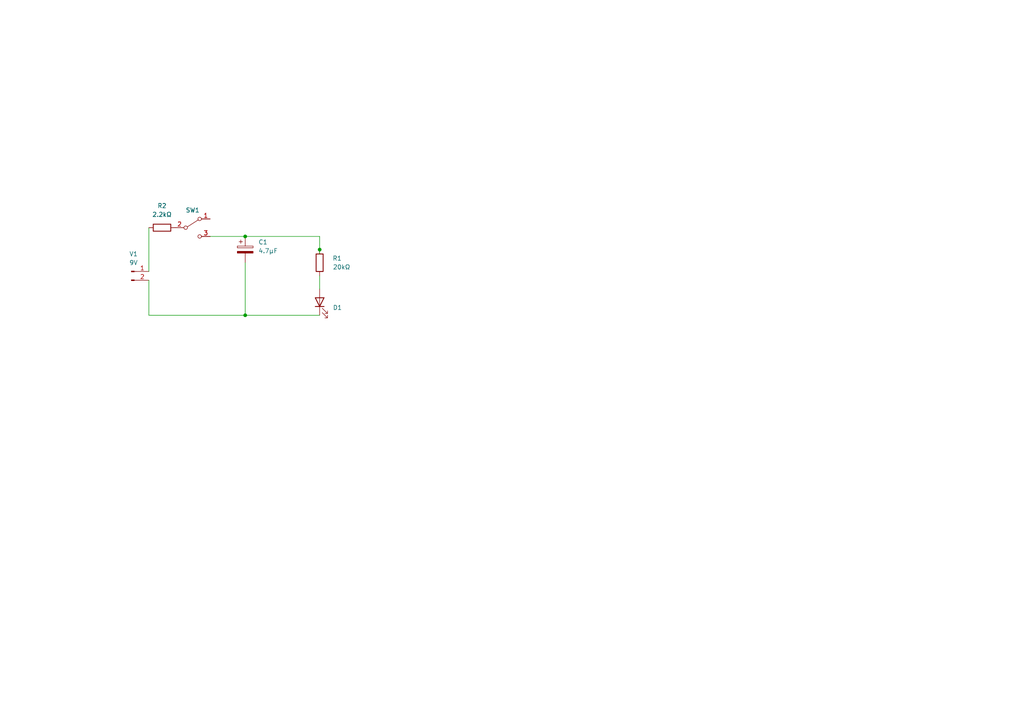
<source format=kicad_sch>
(kicad_sch (version 20211123) (generator eeschema)
  (paper "A4")
  (lib_symbols
    (symbol "Connector:Conn_01x02_Male" (pin_names (offset 1.016) hide)
      (property "Reference" "J" (at 0 2.54 0))
      (property "Value" "Conn_01x02_Male" (at 0 -5.08 0))
      (symbol "Conn_01x02_Male_1_1"
        (polyline (pts (xy 1.27 -2.54) (xy 0.8636 -2.54)) (stroke (width 0.1524)))
        (polyline (pts (xy 1.27 0) (xy 0.8636 0)) (stroke (width 0.1524)))
        (rectangle (start 0.8636 -2.413) (end 0 -2.667) (stroke (width 0.1524)) (fill (type outline)))
        (rectangle (start 0.8636 0.127) (end 0 -0.127) (stroke (width 0.1524)) (fill (type outline)))
        (pin passive line (at 5.08 0 180) (length 3.81) (name "Pin_1") (number "1"))
        (pin passive line (at 5.08 -2.54 180) (length 3.81) (name "Pin_2") (number "2"))
      )
    )
    (symbol "Device:C_Polarized" (pin_numbers hide) (pin_names (offset 0.254))
      (property "Reference" "C" (at 0.635 2.54 0))
      (property "Value" "C_Polarized" (at 0.635 -2.54 0))
      (symbol "C_Polarized_0_1"
        (rectangle (start -2.286 0.508) (end 2.286 1.016))
        (polyline (pts (xy -1.778 2.286) (xy -0.762 2.286)))
        (polyline (pts (xy -1.27 2.794) (xy -1.27 1.778)))
        (rectangle (start 2.286 -0.508) (end -2.286 -1.016) (fill (type outline)))
      )
      (symbol "C_Polarized_1_1"
        (pin passive line (at 0 3.81 270) (length 2.794) (name "~") (number "1"))
        (pin passive line (at 0 -3.81 90) (length 2.794) (name "~") (number "2"))
      )
    )
    (symbol "Device:LED" (pin_numbers hide) (pin_names (offset 1.016) hide)
      (property "Reference" "D" (at 0 2.54 0))
      (property "Value" "LED" (at 0 -2.54 0))
      (symbol "LED_0_1"
        (polyline (pts (xy -1.27 -1.27) (xy -1.27 1.27)) (stroke (width 0.254)))
        (polyline (pts (xy -1.27 0) (xy 1.27 0)))
        (polyline (pts (xy 1.27 -1.27) (xy 1.27 1.27) (xy -1.27 0) (xy 1.27 -1.27)) (stroke (width 0.254)))
        (polyline (pts (xy -3.048 -0.762) (xy -4.572 -2.286) (xy -3.81 -2.286) (xy -4.572 -2.286) (xy -4.572 -1.524)))
        (polyline (pts (xy -1.778 -0.762) (xy -3.302 -2.286) (xy -2.54 -2.286) (xy -3.302 -2.286) (xy -3.302 -1.524)))
      )
      (symbol "LED_1_1"
        (pin passive line (at -3.81 0 0) (length 2.54) (name "K") (number "1"))
        (pin passive line (at 3.81 0 180) (length 2.54) (name "A") (number "2"))
      )
    )
    (symbol "Device:R" (pin_numbers hide) (pin_names (offset 0))
      (property "Reference" "R" (at 2.032 0 90))
      (property "Value" "R" (at 0 0 90))
      (symbol "R_0_1"
        (rectangle (start -1.016 -2.54) (end 1.016 2.54) (stroke (width 0.254)))
      )
      (symbol "R_1_1"
        (pin passive line (at 0 3.81 270) (length 1.27) (name "~") (number "1"))
        (pin passive line (at 0 -3.81 90) (length 1.27) (name "~") (number "2"))
      )
    )
    (symbol "Switch:SW_SPDT" (pin_names (offset 0) hide)
      (property "Reference" "SW" (at 0 4.318 0))
      (property "Value" "SW_SPDT" (at 0 -5.08 0))
      (symbol "SW_SPDT_0_0"
        (circle (center -2.032 0) (radius 0.508))
        (circle (center 2.032 -2.54) (radius 0.508))
      )
      (symbol "SW_SPDT_0_1"
        (polyline (pts (xy -1.524 0.254) (xy 1.651 2.286)))
        (circle (center 2.032 2.54) (radius 0.508))
      )
      (symbol "SW_SPDT_1_1"
        (pin passive line (at 5.08 2.54 180) (length 2.54) (name "A") (number "1"))
        (pin passive line (at -5.08 0 0) (length 2.54) (name "B") (number "2"))
        (pin passive line (at 5.08 -2.54 180) (length 2.54) (name "C") (number "3"))
      )
    )
  )
  (junction (at 71.12 68.58))
  (junction (at 71.12 91.44))
  (junction (at 92.71 72.39))
  (wire (pts (xy 71.12 76.2) (xy 71.12 91.44)))
  (wire (pts (xy 60.96 68.58) (xy 71.12 68.58)))
  (wire (pts (xy 43.18 66.04) (xy 43.18 78.74)))
  (wire (pts (xy 92.71 68.58) (xy 71.12 68.58)))
  (wire (pts (xy 43.18 91.44) (xy 71.12 91.44)))
  (wire (pts (xy 43.18 81.28) (xy 43.18 91.44)))
  (wire (pts (xy 92.71 68.58) (xy 92.71 72.39)))
  (wire (pts (xy 71.12 91.44) (xy 92.71 91.44)))
  (wire (pts (xy 92.71 72.39) (xy 92.71 73.66)))
  (wire (pts (xy 92.71 80.01) (xy 92.71 83.82)))
  (symbol (lib_id "Switch:SW_SPDT") (at 55.88 66.04 0) (unit 1)
    (property "Reference" "SW1" (at 55.88 60.96 0))
    (property "Value" "1" (effects hide))
  )
  (symbol (lib_id "Device:R") (at 46.99 66.04 90) (unit 1)
    (property "Reference" "R2" (at 46.99 59.69 90))
    (property "Value" "2.2kΩ" (at 46.99 62.23 90))
  )
  (symbol (lib_id "Connector:Conn_01x02_Male") (at 38.1 78.74 0) (unit 1)
    (property "Reference" "V1" (at 38.735 73.66 0))
    (property "Value" "9V" (at 38.735 76.2 0))
  )
  (symbol (lib_id "Device:R") (at 92.71 76.2 180) (unit 1)
    (property "Reference" "R1" (at 97.79 74.93 0))
    (property "Value" "20kΩ" (at 96.52 77.47 0) (effects (justify right)))
  )
  (symbol (lib_id "Device:C_Polarized") (at 71.12 72.39 0) (unit 1)
    (property "Reference" "C1" (at 74.93 70.2309 0) (effects (justify left)))
    (property "Value" "4.7µF" (at 74.93 72.7709 0) (effects (justify left)))
  )
  (symbol (lib_id "Device:LED") (at 92.71 87.63 90) (unit 1)
    (property "Reference" "D1" (at 96.52 89.2174 90) (effects (justify right)))
    (property "Value" "LED" (effects hide))
  )
)
</source>
